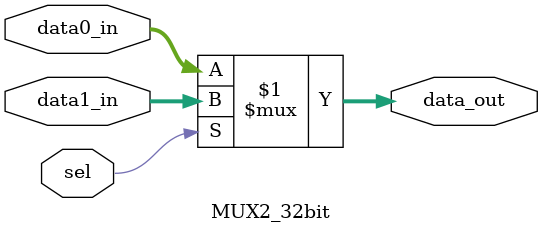
<source format=v>
module MUX2_32bit(data0_in,data1_in,sel,data_out);

input [31:0] data0_in, data1_in;
input sel;
output [31:0] data_out;

assign data_out = (sel) ? data1_in : data0_in;

endmodule

</source>
